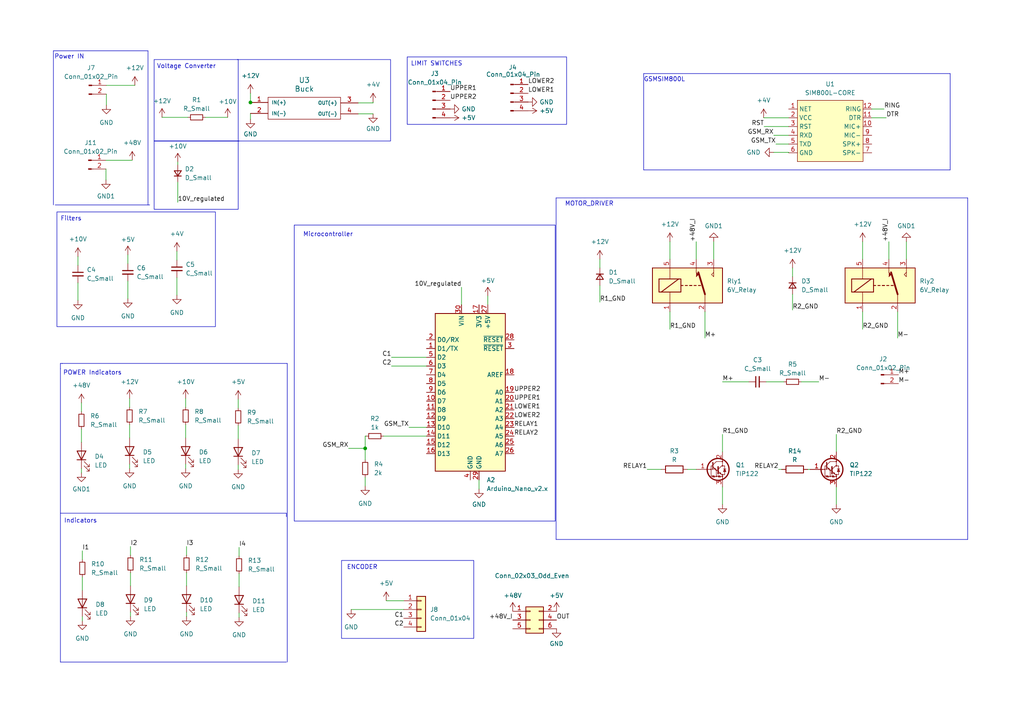
<source format=kicad_sch>
(kicad_sch (version 20230121) (generator eeschema)
  (paper "A4")
  (lib_symbols
    (symbol "Connector:Conn_01x02_Pin" (pin_names (offset 1.016) hide)
      (property "Reference" "J" (at 0 2.54 0))
      (property "Value" "Conn_01x02_Pin" (at 0 -5.08 0))
      (symbol "Conn_01x02_Pin_1_1"
        (polyline (pts (xy 1.27 -2.54) (xy 0.8636 -2.54)) (stroke (width 0.1524)))
        (polyline (pts (xy 1.27 0) (xy 0.8636 0)) (stroke (width 0.1524)))
        (rectangle (start 0.8636 -2.413) (end 0 -2.667) (stroke (width 0.1524)) (fill (type outline)))
        (rectangle (start 0.8636 0.127) (end 0 -0.127) (stroke (width 0.1524)) (fill (type outline)))
        (pin passive line (at 5.08 0 180) (length 3.81) (name "Pin_1") (number "1"))
        (pin passive line (at 5.08 -2.54 180) (length 3.81) (name "Pin_2") (number "2"))
      )
    )
    (symbol "Connector:Conn_01x04_Pin" (pin_names (offset 1.016) hide)
      (property "Reference" "J" (at 0 5.08 0))
      (property "Value" "Conn_01x04_Pin" (at 0 -7.62 0))
      (symbol "Conn_01x04_Pin_1_1"
        (polyline (pts (xy 1.27 -5.08) (xy 0.8636 -5.08)) (stroke (width 0.1524)))
        (polyline (pts (xy 1.27 -2.54) (xy 0.8636 -2.54)) (stroke (width 0.1524)))
        (polyline (pts (xy 1.27 0) (xy 0.8636 0)) (stroke (width 0.1524)))
        (polyline (pts (xy 1.27 2.54) (xy 0.8636 2.54)) (stroke (width 0.1524)))
        (rectangle (start 0.8636 -4.953) (end 0 -5.207) (stroke (width 0.1524)) (fill (type outline)))
        (rectangle (start 0.8636 -2.413) (end 0 -2.667) (stroke (width 0.1524)) (fill (type outline)))
        (rectangle (start 0.8636 0.127) (end 0 -0.127) (stroke (width 0.1524)) (fill (type outline)))
        (rectangle (start 0.8636 2.667) (end 0 2.413) (stroke (width 0.1524)) (fill (type outline)))
        (pin passive line (at 5.08 2.54 180) (length 3.81) (name "Pin_1") (number "1"))
        (pin passive line (at 5.08 0 180) (length 3.81) (name "Pin_2") (number "2"))
        (pin passive line (at 5.08 -2.54 180) (length 3.81) (name "Pin_3") (number "3"))
        (pin passive line (at 5.08 -5.08 180) (length 3.81) (name "Pin_4") (number "4"))
      )
    )
    (symbol "Connector_Generic:Conn_01x04" (pin_names (offset 1.016) hide)
      (property "Reference" "J" (at 0 5.08 0))
      (property "Value" "Conn_01x04" (at 0 -7.62 0))
      (symbol "Conn_01x04_1_1"
        (rectangle (start -1.27 -4.953) (end 0 -5.207) (stroke (width 0.1524)))
        (rectangle (start -1.27 -2.413) (end 0 -2.667) (stroke (width 0.1524)))
        (rectangle (start -1.27 0.127) (end 0 -0.127) (stroke (width 0.1524)))
        (rectangle (start -1.27 2.667) (end 0 2.413) (stroke (width 0.1524)))
        (rectangle (start -1.27 3.81) (end 1.27 -6.35) (stroke (width 0.254)) (fill (type background)))
        (pin passive line (at -5.08 2.54 0) (length 3.81) (name "Pin_1") (number "1"))
        (pin passive line (at -5.08 0 0) (length 3.81) (name "Pin_2") (number "2"))
        (pin passive line (at -5.08 -2.54 0) (length 3.81) (name "Pin_3") (number "3"))
        (pin passive line (at -5.08 -5.08 0) (length 3.81) (name "Pin_4") (number "4"))
      )
    )
    (symbol "Connector_Generic:Conn_02x03_Odd_Even" (pin_names (offset 1.016) hide)
      (property "Reference" "J" (at 1.27 5.08 0))
      (property "Value" "Conn_02x03_Odd_Even" (at 1.27 -5.08 0))
      (symbol "Conn_02x03_Odd_Even_1_1"
        (rectangle (start -1.27 -2.413) (end 0 -2.667) (stroke (width 0.1524)))
        (rectangle (start -1.27 0.127) (end 0 -0.127) (stroke (width 0.1524)))
        (rectangle (start -1.27 2.667) (end 0 2.413) (stroke (width 0.1524)))
        (rectangle (start -1.27 3.81) (end 3.81 -3.81) (stroke (width 0.254)) (fill (type background)))
        (rectangle (start 3.81 -2.413) (end 2.54 -2.667) (stroke (width 0.1524)))
        (rectangle (start 3.81 0.127) (end 2.54 -0.127) (stroke (width 0.1524)))
        (rectangle (start 3.81 2.667) (end 2.54 2.413) (stroke (width 0.1524)))
        (pin passive line (at -5.08 2.54 0) (length 3.81) (name "Pin_1") (number "1"))
        (pin passive line (at 7.62 2.54 180) (length 3.81) (name "Pin_2") (number "2"))
        (pin passive line (at -5.08 0 0) (length 3.81) (name "Pin_3") (number "3"))
        (pin passive line (at 7.62 0 180) (length 3.81) (name "Pin_4") (number "4"))
        (pin passive line (at -5.08 -2.54 0) (length 3.81) (name "Pin_5") (number "5"))
        (pin passive line (at 7.62 -2.54 180) (length 3.81) (name "Pin_6") (number "6"))
      )
    )
    (symbol "Device:C_Small" (pin_numbers hide) (pin_names (offset 0.254) hide)
      (property "Reference" "C" (at 0.254 1.778 0))
      (property "Value" "C_Small" (at 0.254 -2.032 0))
      (symbol "C_Small_0_1"
        (polyline (pts (xy -1.524 -0.508) (xy 1.524 -0.508)) (stroke (width 0.3302)))
        (polyline (pts (xy -1.524 0.508) (xy 1.524 0.508)) (stroke (width 0.3048)))
      )
      (symbol "C_Small_1_1"
        (pin passive line (at 0 2.54 270) (length 2.032) (name "~") (number "1"))
        (pin passive line (at 0 -2.54 90) (length 2.032) (name "~") (number "2"))
      )
    )
    (symbol "Device:D_Small" (pin_numbers hide) (pin_names (offset 0.254) hide)
      (property "Reference" "D" (at -1.27 2.032 0))
      (property "Value" "D_Small" (at -3.81 -2.032 0))
      (symbol "D_Small_0_1"
        (polyline (pts (xy -0.762 -1.016) (xy -0.762 1.016)) (stroke (width 0.254)))
        (polyline (pts (xy -0.762 0) (xy 0.762 0)))
        (polyline (pts (xy 0.762 -1.016) (xy -0.762 0) (xy 0.762 1.016) (xy 0.762 -1.016)) (stroke (width 0.254)))
      )
      (symbol "D_Small_1_1"
        (pin passive line (at -2.54 0 0) (length 1.778) (name "K") (number "1"))
        (pin passive line (at 2.54 0 180) (length 1.778) (name "A") (number "2"))
      )
    )
    (symbol "Device:LED" (pin_numbers hide) (pin_names (offset 1.016) hide)
      (property "Reference" "D" (at 0 2.54 0))
      (property "Value" "LED" (at 0 -2.54 0))
      (symbol "LED_0_1"
        (polyline (pts (xy -1.27 -1.27) (xy -1.27 1.27)) (stroke (width 0.254)))
        (polyline (pts (xy -1.27 0) (xy 1.27 0)))
        (polyline (pts (xy 1.27 -1.27) (xy 1.27 1.27) (xy -1.27 0) (xy 1.27 -1.27)) (stroke (width 0.254)))
        (polyline (pts (xy -3.048 -0.762) (xy -4.572 -2.286) (xy -3.81 -2.286) (xy -4.572 -2.286) (xy -4.572 -1.524)))
        (polyline (pts (xy -1.778 -0.762) (xy -3.302 -2.286) (xy -2.54 -2.286) (xy -3.302 -2.286) (xy -3.302 -1.524)))
      )
      (symbol "LED_1_1"
        (pin passive line (at -3.81 0 0) (length 2.54) (name "K") (number "1"))
        (pin passive line (at 3.81 0 180) (length 2.54) (name "A") (number "2"))
      )
    )
    (symbol "Device:R" (pin_numbers hide) (pin_names (offset 0))
      (property "Reference" "R" (at 2.032 0 90))
      (property "Value" "R" (at 0 0 90))
      (symbol "R_0_1"
        (rectangle (start -1.016 -2.54) (end 1.016 2.54) (stroke (width 0.254)))
      )
      (symbol "R_1_1"
        (pin passive line (at 0 3.81 270) (length 1.27) (name "~") (number "1"))
        (pin passive line (at 0 -3.81 90) (length 1.27) (name "~") (number "2"))
      )
    )
    (symbol "Device:R_Small" (pin_numbers hide) (pin_names (offset 0.254) hide)
      (property "Reference" "R" (at 0.762 0.508 0))
      (property "Value" "R_Small" (at 0.762 -1.016 0))
      (symbol "R_Small_0_1"
        (rectangle (start -0.762 1.778) (end 0.762 -1.778) (stroke (width 0.2032)))
      )
      (symbol "R_Small_1_1"
        (pin passive line (at 0 2.54 270) (length 0.762) (name "~") (number "1"))
        (pin passive line (at 0 -2.54 90) (length 0.762) (name "~") (number "2"))
      )
    )
    (symbol "MCU_Module:Arduino_Nano_v2.x"
      (property "Reference" "A" (at -10.16 23.495 0))
      (property "Value" "Arduino_Nano_v2.x" (at 5.08 -24.13 0))
      (symbol "Arduino_Nano_v2.x_0_1"
        (rectangle (start -10.16 22.86) (end 10.16 -22.86) (stroke (width 0.254)) (fill (type background)))
      )
      (symbol "Arduino_Nano_v2.x_1_1"
        (pin bidirectional line (at -12.7 12.7 0) (length 2.54) (name "D1/TX") (number "1"))
        (pin bidirectional line (at -12.7 -2.54 0) (length 2.54) (name "D7") (number "10"))
        (pin bidirectional line (at -12.7 -5.08 0) (length 2.54) (name "D8") (number "11"))
        (pin bidirectional line (at -12.7 -7.62 0) (length 2.54) (name "D9") (number "12"))
        (pin bidirectional line (at -12.7 -10.16 0) (length 2.54) (name "D10") (number "13"))
        (pin bidirectional line (at -12.7 -12.7 0) (length 2.54) (name "D11") (number "14"))
        (pin bidirectional line (at -12.7 -15.24 0) (length 2.54) (name "D12") (number "15"))
        (pin bidirectional line (at -12.7 -17.78 0) (length 2.54) (name "D13") (number "16"))
        (pin power_out line (at 2.54 25.4 270) (length 2.54) (name "3V3") (number "17"))
        (pin input line (at 12.7 5.08 180) (length 2.54) (name "AREF") (number "18"))
        (pin bidirectional line (at 12.7 0 180) (length 2.54) (name "A0") (number "19"))
        (pin bidirectional line (at -12.7 15.24 0) (length 2.54) (name "D0/RX") (number "2"))
        (pin bidirectional line (at 12.7 -2.54 180) (length 2.54) (name "A1") (number "20"))
        (pin bidirectional line (at 12.7 -5.08 180) (length 2.54) (name "A2") (number "21"))
        (pin bidirectional line (at 12.7 -7.62 180) (length 2.54) (name "A3") (number "22"))
        (pin bidirectional line (at 12.7 -10.16 180) (length 2.54) (name "A4") (number "23"))
        (pin bidirectional line (at 12.7 -12.7 180) (length 2.54) (name "A5") (number "24"))
        (pin bidirectional line (at 12.7 -15.24 180) (length 2.54) (name "A6") (number "25"))
        (pin bidirectional line (at 12.7 -17.78 180) (length 2.54) (name "A7") (number "26"))
        (pin power_out line (at 5.08 25.4 270) (length 2.54) (name "+5V") (number "27"))
        (pin input line (at 12.7 15.24 180) (length 2.54) (name "~{RESET}") (number "28"))
        (pin power_in line (at 2.54 -25.4 90) (length 2.54) (name "GND") (number "29"))
        (pin input line (at 12.7 12.7 180) (length 2.54) (name "~{RESET}") (number "3"))
        (pin power_in line (at -2.54 25.4 270) (length 2.54) (name "VIN") (number "30"))
        (pin power_in line (at 0 -25.4 90) (length 2.54) (name "GND") (number "4"))
        (pin bidirectional line (at -12.7 10.16 0) (length 2.54) (name "D2") (number "5"))
        (pin bidirectional line (at -12.7 7.62 0) (length 2.54) (name "D3") (number "6"))
        (pin bidirectional line (at -12.7 5.08 0) (length 2.54) (name "D4") (number "7"))
        (pin bidirectional line (at -12.7 2.54 0) (length 2.54) (name "D5") (number "8"))
        (pin bidirectional line (at -12.7 0 0) (length 2.54) (name "D6") (number "9"))
      )
    )
    (symbol "MYLIB:6V_Relay" (pin_names (offset 1.016))
      (property "Reference" "Rly" (at 16.51 8.89 0))
      (property "Value" "6V_Relay" (at 16.51 6.35 0))
      (symbol "6V_Relay_0_0"
        (polyline (pts (xy 7.62 8.89) (xy 7.62 10.16)))
        (polyline (pts (xy 12.7 8.89) (xy 12.7 10.16)))
        (polyline (pts (xy 12.7 8.89) (xy 12.7 7.62) (xy 12.065 8.255) (xy 12.7 8.89)))
      )
      (symbol "6V_Relay_0_1"
        (rectangle (start -5.08 10.16) (end 15.24 0) (stroke (width 0.254)) (fill (type background)))
        (rectangle (start -3.175 6.985) (end 3.175 3.175) (stroke (width 0.254)))
        (polyline (pts (xy -2.54 3.175) (xy 2.54 6.985)) (stroke (width 0.254)))
        (polyline (pts (xy 0 0) (xy 0 3.175)))
        (polyline (pts (xy 0 10.16) (xy 0 6.985)))
        (polyline (pts (xy 3.175 5.08) (xy 3.81 5.08)) (stroke (width 0.254)))
        (polyline (pts (xy 4.445 5.08) (xy 5.08 5.08)) (stroke (width 0.254)))
        (polyline (pts (xy 5.715 5.08) (xy 6.35 5.08)) (stroke (width 0.254)))
        (polyline (pts (xy 5.715 5.08) (xy 6.35 5.08)) (stroke (width 0.254)))
        (polyline (pts (xy 6.985 5.08) (xy 7.62 5.08)) (stroke (width 0.254)))
        (polyline (pts (xy 8.255 5.08) (xy 8.89 5.08)) (stroke (width 0.254)))
        (polyline (pts (xy 10.16 2.54) (xy 8.255 8.89)) (stroke (width 0.508)))
        (polyline (pts (xy 10.16 2.54) (xy 10.16 0)))
        (polyline (pts (xy 7.62 7.62) (xy 8.255 8.255) (xy 7.62 8.89)) (fill (type outline)))
      )
      (symbol "6V_Relay_1_1"
        (pin passive line (at 0 -2.54 90) (length 2.54) (name "~") (number "1"))
        (pin passive line (at 10.16 -2.54 90) (length 2.54) (name "~") (number "2"))
        (pin passive line (at 12.7 12.7 270) (length 2.54) (name "~") (number "3"))
        (pin passive line (at 7.62 12.7 270) (length 2.54) (name "~") (number "4"))
        (pin passive line (at 0 12.7 270) (length 2.54) (name "~") (number "5"))
      )
    )
    (symbol "MYLIB:Buck" (pin_names (offset 1.016))
      (property "Reference" "U" (at 8.2296 7.4676 0))
      (property "Value" "Buck" (at 3.1496 7.4676 0))
      (symbol "Buck_0_0"
        (rectangle (start 0.0254 6.4516) (end 21.0566 0.1016))
      )
      (symbol "Buck_1_1"
        (pin input line (at -5.08 4.953 0) (length 5.08) (name "IN(+)") (number "1"))
        (pin input line (at -5.08 1.778 0) (length 5.08) (name "IN(-)") (number "2"))
        (pin input line (at 26.162 4.826 180) (length 5.08) (name "OUT(+)") (number "3"))
        (pin input line (at 26.162 1.651 180) (length 5.08) (name "OUT(-)") (number "4"))
      )
    )
    (symbol "Transistor_BJT:TIP122" (pin_names (offset 0) hide)
      (property "Reference" "Q" (at 5.08 1.905 0))
      (property "Value" "TIP122" (at 5.08 0 0))
      (symbol "TIP122_0_1"
        (circle (center -0.762 0) (radius 0.127))
        (polyline (pts (xy -1.27 0) (xy -0.889 0)))
        (polyline (pts (xy 2.54 -2.032) (xy 2.54 -2.54)))
        (polyline (pts (xy 2.54 -1.524) (xy 3.175 -1.524)))
        (polyline (pts (xy 2.794 0.127) (xy 3.556 0.127)))
        (polyline (pts (xy 3.175 -0.635) (xy 3.175 -1.524)))
        (polyline (pts (xy 3.175 1.016) (xy 2.54 1.016)))
        (polyline (pts (xy 3.175 1.016) (xy 3.175 0.127)))
        (polyline (pts (xy -0.254 0.762) (xy 0.762 -0.254) (xy 1.27 -0.254)))
        (polyline (pts (xy -0.254 1.016) (xy -0.762 1.016) (xy -0.762 -2.032)))
        (polyline (pts (xy -0.254 1.27) (xy 0.762 2.286) (xy 2.54 2.286)))
        (polyline (pts (xy -0.254 2.032) (xy -0.254 0) (xy -0.254 0)) (stroke (width 0.3048)))
        (polyline (pts (xy 1.27 0.762) (xy 1.27 -1.27) (xy 1.27 -1.27)) (stroke (width 0.381)))
        (polyline (pts (xy 0.635 -0.127) (xy 0.381 0.381) (xy 0.127 0.127) (xy 0.635 -0.127)))
        (polyline (pts (xy 1.27 -0.508) (xy 2.286 -1.524) (xy 2.54 -1.524) (xy 2.54 -2.032)))
        (polyline (pts (xy 1.27 0) (xy 2.286 1.016) (xy 2.54 1.016) (xy 2.54 2.286)))
        (polyline (pts (xy 2.159 -1.397) (xy 1.905 -0.889) (xy 1.651 -1.143) (xy 2.159 -1.397)))
        (polyline (pts (xy 3.175 0.127) (xy 2.794 -0.635) (xy 3.556 -0.635) (xy 3.175 0.127)) (fill (type outline)))
        (polyline (pts (xy 0.762 -2.032) (xy 0.381 -2.032) (xy 0.254 -2.286) (xy 0.127 -1.778) (xy 0 -2.286) (xy -0.127 -1.778) (xy -0.254 -2.286) (xy -0.381 -1.778) (xy -0.508 -2.032) (xy -0.762 -2.032)))
        (polyline (pts (xy 0.762 -0.254) (xy 0.762 -2.032) (xy 1.143 -2.032) (xy 1.27 -1.778) (xy 1.397 -2.286) (xy 1.524 -1.778) (xy 1.651 -2.286) (xy 1.778 -1.778) (xy 1.905 -2.286) (xy 2.032 -2.032) (xy 2.54 -2.032)))
        (circle (center 0.762 -2.032) (radius 0.127))
        (circle (center 0.762 -0.254) (radius 0.127))
        (circle (center 1.27 0) (radius 3.175) (stroke (width 0.3556)))
        (circle (center 2.54 -2.032) (radius 0.127))
        (circle (center 2.54 -1.524) (radius 0.127))
        (circle (center 2.54 1.016) (radius 0.127))
        (circle (center 2.54 2.286) (radius 0.127))
      )
      (symbol "TIP122_1_1"
        (pin input line (at -5.08 0 0) (length 3.81) (name "B") (number "1"))
        (pin passive line (at 2.54 5.08 270) (length 2.667) (name "C") (number "2"))
        (pin passive line (at 2.54 -5.08 90) (length 2.54) (name "E") (number "3"))
      )
    )
    (symbol "power:+10V" (power) (pin_names (offset 0))
      (property "Value" "+10V" (at 0 3.556 0))
      (symbol "+10V_0_1"
        (polyline (pts (xy -0.762 1.27) (xy 0 2.54)))
        (polyline (pts (xy 0 0) (xy 0 2.54)))
        (polyline (pts (xy 0 2.54) (xy 0.762 1.27)))
      )
      (symbol "+10V_1_1"
        (pin power_in line (at 0 0 90) (length 0) hide (name "+10V") (number "1"))
      )
    )
    (symbol "power:+12V" (power) (pin_names (offset 0))
      (property "Value" "+12V" (at 0 3.556 0))
      (symbol "+12V_0_1"
        (polyline (pts (xy -0.762 1.27) (xy 0 2.54)))
        (polyline (pts (xy 0 0) (xy 0 2.54)))
        (polyline (pts (xy 0 2.54) (xy 0.762 1.27)))
      )
      (symbol "+12V_1_1"
        (pin power_in line (at 0 0 90) (length 0) hide (name "+12V") (number "1"))
      )
    )
    (symbol "power:+48V" (power) (pin_names (offset 0))
      (property "Value" "+48V" (at 0 3.556 0))
      (symbol "+48V_0_1"
        (polyline (pts (xy -0.762 1.27) (xy 0 2.54)))
        (polyline (pts (xy 0 0) (xy 0 2.54)))
        (polyline (pts (xy 0 2.54) (xy 0.762 1.27)))
      )
      (symbol "+48V_1_1"
        (pin power_in line (at 0 0 90) (length 0) hide (name "+48V") (number "1"))
      )
    )
    (symbol "power:+4V" (power) (pin_names (offset 0))
      (property "Value" "+4V" (at 0 3.556 0))
      (symbol "+4V_0_1"
        (polyline (pts (xy -0.762 1.27) (xy 0 2.54)))
        (polyline (pts (xy 0 0) (xy 0 2.54)))
        (polyline (pts (xy 0 2.54) (xy 0.762 1.27)))
      )
      (symbol "+4V_1_1"
        (pin power_in line (at 0 0 90) (length 0) hide (name "+4V") (number "1"))
      )
    )
    (symbol "power:+5V" (power) (pin_names (offset 0))
      (property "Value" "+5V" (at 0 3.556 0))
      (symbol "+5V_0_1"
        (polyline (pts (xy -0.762 1.27) (xy 0 2.54)))
        (polyline (pts (xy 0 0) (xy 0 2.54)))
        (polyline (pts (xy 0 2.54) (xy 0.762 1.27)))
      )
      (symbol "+5V_1_1"
        (pin power_in line (at 0 0 90) (length 0) hide (name "+5V") (number "1"))
      )
    )
    (symbol "power:GND" (power) (pin_names (offset 0))
      (property "Value" "GND" (at 0 -3.81 0))
      (symbol "GND_0_1"
        (polyline (pts (xy 0 0) (xy 0 -1.27) (xy 1.27 -1.27) (xy 0 -2.54) (xy -1.27 -1.27) (xy 0 -1.27)))
      )
      (symbol "GND_1_1"
        (pin power_in line (at 0 0 270) (length 0) hide (name "GND") (number "1"))
      )
    )
    (symbol "power:GND1" (power) (pin_names (offset 0))
      (property "Value" "GND1" (at 0 -3.81 0))
      (symbol "GND1_0_1"
        (polyline (pts (xy 0 0) (xy 0 -1.27) (xy 1.27 -1.27) (xy 0 -2.54) (xy -1.27 -1.27) (xy 0 -1.27)))
      )
      (symbol "GND1_1_1"
        (pin power_in line (at 0 0 270) (length 0) hide (name "GND1") (number "1"))
      )
    )
    (symbol "sim800l-core:SIM800L-CORE"
      (property "Reference" "U" (at -7.62 8.89 0))
      (property "Value" "SIM800L-CORE" (at 0 -12.7 0))
      (symbol "SIM800L-CORE_0_1"
        (rectangle (start -8.89 7.62) (end 10.16 -10.16) (stroke (width 0.1524)) (fill (type background)))
      )
      (symbol "SIM800L-CORE_1_1"
        (pin bidirectional line (at -11.43 5.08 0) (length 2.54) (name "NET") (number "1"))
        (pin output line (at 12.7 0 180) (length 2.54) (name "MIC+") (number "10"))
        (pin passive line (at 12.7 2.54 180) (length 2.54) (name "DTR") (number "11"))
        (pin output line (at 12.7 5.08 180) (length 2.54) (name "RING") (number "12"))
        (pin power_in line (at -11.43 2.54 0) (length 2.54) (name "VCC") (number "2"))
        (pin input line (at -11.43 0 0) (length 2.54) (name "RST") (number "3"))
        (pin input line (at -11.43 -2.54 0) (length 2.54) (name "RXD") (number "4"))
        (pin output line (at -11.43 -5.08 0) (length 2.54) (name "TXD") (number "5"))
        (pin power_in line (at -11.43 -7.62 0) (length 2.54) (name "GND") (number "6"))
        (pin output line (at 12.7 -7.62 180) (length 2.54) (name "SPK-") (number "7"))
        (pin output line (at 12.7 -5.08 180) (length 2.54) (name "SPK+") (number "8"))
        (pin output line (at 12.7 -2.54 180) (length 2.54) (name "MIC-") (number "9"))
      )
    )
  )
  (junction (at 72.644 29.718))
  (junction (at 105.918 130.048))
  (polyline (pts (xy 280.67 156.464) (xy 280.67 57.404)))
  (wire (pts (xy 242.57 141.224) (xy 242.57 146.304)))
  (wire (pts (xy 54.102 158.496) (xy 54.102 161.036)))
  (wire (pts (xy 256.413 31.623) (xy 252.857 31.623)))
  (wire (pts (xy 250.19 70.104) (xy 250.19 75.184)))
  (polyline (pts (xy 69.088 17.272) (xy 69.088 40.894)))
  (wire (pts (xy 250.19 95.504) (xy 250.19 90.424)))
  (wire (pts (xy 113.538 103.632) (xy 123.698 103.632)))
  (wire (pts (xy 23.622 116.84) (xy 23.622 119.38)))
  (wire (pts (xy 221.615 36.703) (xy 228.727 36.703)))
  (wire (pts (xy 260.35 90.424) (xy 260.35 98.044)))
  (wire (pts (xy 59.563 34.036) (xy 66.04 34.036)))
  (wire (pts (xy 23.876 159.766) (xy 23.876 162.306)))
  (wire (pts (xy 112.014 174.244) (xy 117.094 174.244)))
  (wire (pts (xy 232.41 110.744) (xy 237.49 110.744)))
  (wire (pts (xy 228.727 44.196) (xy 228.727 44.323)))
  (polyline (pts (xy 17.526 148.844) (xy 83.058 148.844)))
  (wire (pts (xy 37.592 134.62) (xy 37.592 135.89)))
  (wire (pts (xy 69.342 177.8) (xy 69.342 179.07)))
  (wire (pts (xy 54.102 166.116) (xy 54.102 169.926)))
  (polyline (pts (xy 17.526 192.024) (xy 17.526 106.934)))
  (wire (pts (xy 225.806 136.144) (xy 226.695 136.144)))
  (wire (pts (xy 103.886 29.845) (xy 108.204 29.845)))
  (wire (pts (xy 105.918 126.492) (xy 106.172 126.492)))
  (wire (pts (xy 105.918 130.048) (xy 105.918 133.35)))
  (wire (pts (xy 37.084 73.914) (xy 37.084 76.454)))
  (polyline (pts (xy 161.29 156.464) (xy 280.67 156.464)))
  (wire (pts (xy 72.644 32.893) (xy 72.644 34.5948)))
  (wire (pts (xy 225.044 41.783) (xy 228.727 41.783)))
  (wire (pts (xy 30.734 46.482) (xy 38.354 46.482)))
  (wire (pts (xy 229.87 85.344) (xy 229.87 89.916)))
  (wire (pts (xy 103.886 33.02) (xy 108.204 33.02)))
  (wire (pts (xy 262.89 70.104) (xy 262.89 75.184)))
  (wire (pts (xy 37.592 115.57) (xy 37.592 118.11)))
  (wire (pts (xy 209.55 110.744) (xy 217.17 110.744)))
  (wire (pts (xy 23.876 178.816) (xy 23.876 180.086)))
  (wire (pts (xy 72.644 29.718) (xy 72.644 29.7434)))
  (wire (pts (xy 173.99 82.804) (xy 173.99 87.63)))
  (wire (pts (xy 173.99 77.724) (xy 173.99 75.184)))
  (wire (pts (xy 69.088 123.444) (xy 69.088 127.254)))
  (wire (pts (xy 222.25 110.744) (xy 227.33 110.744)))
  (wire (pts (xy 108.204 29.845) (xy 108.204 29.591)))
  (wire (pts (xy 51.562 47.752) (xy 51.562 46.99)))
  (polyline (pts (xy 17.526 106.934) (xy 17.526 105.41)))
  (polyline (pts (xy 16.002 59.436) (xy 43.434 59.436)))
  (wire (pts (xy 23.622 124.46) (xy 23.622 128.27)))
  (wire (pts (xy 46.99 34.036) (xy 54.483 34.036)))
  (wire (pts (xy 194.31 70.104) (xy 194.31 75.184)))
  (polyline (pts (xy 15.494 14.732) (xy 42.926 14.732)))
  (wire (pts (xy 242.57 125.984) (xy 242.57 131.064)))
  (wire (pts (xy 69.342 166.37) (xy 69.342 170.18)))
  (wire (pts (xy 224.409 44.196) (xy 228.727 44.196)))
  (polyline (pts (xy 18.034 105.41) (xy 83.312 105.41)))
  (polyline (pts (xy 15.494 14.732) (xy 15.494 59.436)))
  (wire (pts (xy 138.938 139.192) (xy 138.938 141.859)))
  (polyline (pts (xy 186.69 49.276) (xy 275.59 49.276)))
  (wire (pts (xy 105.918 130.048) (xy 105.918 126.492)))
  (polyline (pts (xy 18.034 105.41) (xy 17.526 105.41)))
  (wire (pts (xy 54.102 177.546) (xy 54.102 178.816)))
  (wire (pts (xy 22.606 74.422) (xy 22.606 76.962)))
  (wire (pts (xy 30.861 30.48) (xy 30.861 27.305)))
  (polyline (pts (xy 161.29 57.404) (xy 161.29 156.464)))
  (wire (pts (xy 51.562 52.832) (xy 51.562 58.674)))
  (wire (pts (xy 72.644 27.051) (xy 72.644 29.718)))
  (polyline (pts (xy 161.29 57.404) (xy 280.67 57.404)))
  (wire (pts (xy 194.31 95.504) (xy 194.31 90.424)))
  (wire (pts (xy 133.858 83.312) (xy 133.858 88.392)))
  (wire (pts (xy 187.706 136.144) (xy 191.77 136.144)))
  (wire (pts (xy 101.854 176.784) (xy 117.094 176.784)))
  (polyline (pts (xy 83.058 148.844) (xy 83.058 149.86)))
  (wire (pts (xy 23.876 167.386) (xy 23.876 171.196)))
  (wire (pts (xy 39.116 24.765) (xy 30.861 24.765)))
  (wire (pts (xy 22.606 82.042) (xy 22.606 87.122)))
  (polyline (pts (xy 275.59 49.276) (xy 275.59 21.336)))
  (wire (pts (xy 111.252 126.492) (xy 123.698 126.492)))
  (wire (pts (xy 221.488 34.163) (xy 228.727 34.163)))
  (polyline (pts (xy 18.034 105.41) (xy 18.034 105.41)))
  (wire (pts (xy 51.308 72.898) (xy 51.308 75.438)))
  (polyline (pts (xy 69.088 40.894) (xy 69.342 40.894)))
  (wire (pts (xy 37.846 177.546) (xy 37.846 178.816)))
  (wire (pts (xy 30.734 52.197) (xy 30.734 49.022)))
  (wire (pts (xy 37.846 158.496) (xy 37.846 161.036)))
  (wire (pts (xy 257.048 34.163) (xy 252.857 34.163)))
  (wire (pts (xy 51.308 80.518) (xy 51.308 85.598)))
  (wire (pts (xy 69.088 134.874) (xy 69.088 136.144)))
  (wire (pts (xy 199.39 136.144) (xy 201.93 136.144)))
  (wire (pts (xy 53.848 123.19) (xy 53.848 127)))
  (wire (pts (xy 23.622 135.89) (xy 23.622 137.16)))
  (polyline (pts (xy 186.69 21.336) (xy 275.59 21.336)))
  (wire (pts (xy 37.846 166.116) (xy 37.846 169.926)))
  (polyline (pts (xy 42.926 59.436) (xy 42.926 14.732)))
  (wire (pts (xy 201.93 70.104) (xy 201.93 75.184)))
  (wire (pts (xy 69.088 115.824) (xy 69.088 118.364)))
  (wire (pts (xy 53.848 134.62) (xy 53.848 135.89)))
  (polyline (pts (xy 68.834 17.272) (xy 69.088 17.272)))
  (wire (pts (xy 224.409 39.243) (xy 228.727 39.243)))
  (wire (pts (xy 37.592 123.19) (xy 37.592 127)))
  (wire (pts (xy 209.55 125.984) (xy 209.55 131.064)))
  (wire (pts (xy 101.092 130.048) (xy 105.918 130.048)))
  (wire (pts (xy 118.618 123.952) (xy 123.698 123.952)))
  (wire (pts (xy 207.01 70.104) (xy 207.01 75.184)))
  (wire (pts (xy 53.848 115.57) (xy 53.848 118.11)))
  (wire (pts (xy 113.538 106.172) (xy 123.698 106.172)))
  (wire (pts (xy 234.315 136.144) (xy 234.95 136.144)))
  (polyline (pts (xy 83.058 192.024) (xy 17.526 192.024)))
  (wire (pts (xy 37.084 81.534) (xy 37.084 86.614)))
  (wire (pts (xy 209.55 141.224) (xy 209.55 146.304)))
  (polyline (pts (xy 83.312 105.41) (xy 83.312 192.024)))
  (wire (pts (xy 105.918 138.43) (xy 105.918 140.97)))
  (wire (pts (xy 69.342 158.75) (xy 69.342 161.29)))
  (wire (pts (xy 229.87 80.264) (xy 229.87 77.724)))
  (polyline (pts (xy 186.69 21.336) (xy 186.69 49.276)))
  (wire (pts (xy 257.81 70.104) (xy 257.81 75.184)))
  (wire (pts (xy 204.47 90.424) (xy 204.47 98.044)))
  (wire (pts (xy 141.478 85.852) (xy 141.478 88.392)))
  (rectangle (start 99.06 162.56) (end 137.414 185.166))
  (rectangle (start 44.704 40.894) (end 69.088 60.706))
  (rectangle (start 44.704 17.272) (end 113.284 40.894))
  (rectangle (start 118.11 16.51) (end 164.338 36.068))
  (rectangle (start 85.344 65.278) (end 161.036 151.13))
  (rectangle (start 16.51 61.468) (end 62.484 94.742))
  (text "Filters\n" (at 17.526 64.262 0) (effects (font (size 1.27 1.27)) (justify left bottom)))
  (text "LIMIT SWITCHES" (at 119.126 19.304 0) (effects (font (size 1.27 1.27)) (justify left bottom)))
  (text "MOTOR_DRIVER" (at 163.83 59.944 0) (effects (font (size 1.27 1.27)) (justify left bottom)))
  (text "Voltage Converter" (at 45.466 20.066 0) (effects (font (size 1.27 1.27)) (justify left bottom)))
  (text "Indicators\n" (at 18.542 151.892 0) (effects (font (size 1.27 1.27)) (justify left bottom)))
  (text "Power IN\n" (at 15.748 17.272 0) (effects (font (size 1.27 1.27)) (justify left bottom)))
  (text "GSMSIM800L" (at 186.69 23.876 0) (effects (font (size 1.27 1.27)) (justify left bottom)))
  (text "POWER Indicators\n" (at 18.288 108.966 0) (effects (font (size 1.27 1.27)) (justify left bottom)))
  (text "Microcontroller\n" (at 87.884 68.834 0) (effects (font (size 1.27 1.27)) (justify left bottom)))
  (text "ENCODER\n" (at 100.584 165.354 0) (effects (font (size 1.27 1.27)) (justify left bottom)))
  (label "LOWER2" (at 149.098 121.412 0))
  (label "UPPER1" (at 130.556 26.543 0))
  (label "+48V_I" (at 201.93 70.104 90))
  (label "C1" (at 117.094 179.324 180))
  (label "LOWER2" (at 153.162 24.511 0))
  (label "UPPER2" (at 149.098 113.792 0))
  (label "M+" (at 209.55 110.744 0))
  (label "GSM_TX" (at 118.618 123.952 180))
  (label "R2_GND" (at 229.87 89.916 0))
  (label "RING" (at 256.413 31.623 0))
  (label "10V_regulated" (at 133.858 83.312 180))
  (label "C2" (at 113.538 106.172 180))
  (label "RELAY1" (at 187.706 136.144 180))
  (label "LOWER1" (at 149.098 118.872 0))
  (label "M+" (at 204.47 98.044 0))
  (label "I1" (at 23.876 159.766 0))
  (label "+48V_I" (at 257.81 70.104 90))
  (label "R2_GND" (at 242.57 125.984 0))
  (label "GSM_TX" (at 225.044 41.783 180))
  (label "DTR" (at 257.048 34.163 0))
  (label "R1_GND" (at 194.31 95.504 0))
  (label "UPPER2" (at 130.556 29.083 0))
  (label "R1_GND" (at 209.55 125.984 0))
  (label "M-" (at 260.35 98.044 0))
  (label "RST" (at 221.615 36.703 180))
  (label "RELAY2" (at 149.098 126.492 0))
  (label "RELAY2" (at 225.806 136.144 180))
  (label "M-" (at 260.604 111.252 0))
  (label "OUT" (at 161.417 179.832 0))
  (label "GSM_RX" (at 101.092 130.048 180))
  (label "I2" (at 37.846 158.496 0))
  (label "RELAY1" (at 149.098 123.952 0))
  (label "LOWER1" (at 153.162 27.051 0))
  (label "R1_GND" (at 173.99 87.63 0))
  (label "+48V_I" (at 148.717 179.832 180))
  (label "I3" (at 54.102 158.496 0))
  (label "M-" (at 237.49 110.744 0))
  (label "R2_GND" (at 250.19 95.504 0))
  (label "GSM_RX" (at 224.409 39.243 180))
  (label "C1" (at 113.538 103.632 180))
  (label "10V_regulated" (at 51.562 58.674 0))
  (label "C2" (at 117.094 181.864 180))
  (label "I4" (at 69.342 158.75 0))
  (label "UPPER1" (at 149.098 116.332 0))
  (label "M+" (at 260.604 108.712 0))
  (symbol (lib_id "power:+5V") (at 141.478 85.852 0) (unit 1)
    (property "Reference" "#PWR024" (effects hide))
    (property "Value" "+5V" (at 141.478 81.407 0))
  )
  (symbol (lib_id "power:GND") (at 37.084 86.614 0) (unit 1)
    (property "Reference" "#PWR047" (effects hide))
    (property "Value" "GND" (at 37.084 91.694 0))
  )
  (symbol (lib_id "power:+12V") (at 37.592 115.57 0) (unit 1)
    (property "Reference" "#PWR050" (effects hide))
    (property "Value" "+12V" (at 37.592 110.744 0))
  )
  (symbol (lib_id "Device:R_Small") (at 69.342 163.83 0) (unit 1)
    (property "Reference" "R13" (at 71.882 162.56 0) (effects (justify left)))
    (property "Value" "R_Small" (at 71.882 165.1 0) (effects (justify left)))
    (property "Footprint" "modFiles:Resistor_small" (effects hide))
  )
  (symbol (lib_id "power:GND") (at 69.342 179.07 0) (unit 1)
    (property "Reference" "#PWR063" (effects hide))
    (property "Value" "GND" (at 69.342 184.15 0))
  )
  (symbol (lib_id "power:+10V") (at 53.848 115.57 0) (unit 1)
    (property "Reference" "#PWR052" (effects hide))
    (property "Value" "+10V" (at 53.848 110.744 0))
  )
  (symbol (lib_id "Device:C_Small") (at 22.606 79.502 0) (unit 1)
    (property "Reference" "C4" (at 25.146 78.2383 0) (effects (justify left)))
    (property "Value" "C_Small" (at 25.146 80.7783 0) (effects (justify left)))
    (property "Footprint" "modFiles:Capacitor_Disc_Small" (effects hide))
  )
  (symbol (lib_id "Device:C_Small") (at 219.71 110.744 90) (unit 1)
    (property "Reference" "C3" (at 219.7163 104.394 90))
    (property "Value" "C_Small" (at 219.7163 106.934 90))
    (property "Footprint" "modFiles:Capacitor_Disc_Small" (effects hide))
  )
  (symbol (lib_id "power:+5V") (at 69.088 115.824 0) (unit 1)
    (property "Reference" "#PWR054" (effects hide))
    (property "Value" "+5V" (at 69.088 110.744 0))
  )
  (symbol (lib_id "MYLIB:6V_Relay") (at 250.19 87.884 0) (unit 1)
    (property "Reference" "Rly2" (at 266.7 81.534 0) (effects (justify left)))
    (property "Value" "6V_Relay" (at 266.7 84.074 0) (effects (justify left)))
    (property "Footprint" "modFiles:Relay_HLS_MEDIUM" (effects hide))
  )
  (symbol (lib_id "power:GND") (at 153.162 29.591 90) (unit 1)
    (property "Reference" "#PWR029" (effects hide))
    (property "Value" "GND" (at 156.464 29.591 90) (effects (justify right)))
  )
  (symbol (lib_id "Device:R_Small") (at 69.088 120.904 0) (unit 1)
    (property "Reference" "R9" (at 71.628 119.634 0) (effects (justify left)))
    (property "Value" "R_Small" (at 71.628 122.174 0) (effects (justify left)))
    (property "Footprint" "modFiles:Resistor_small" (effects hide))
  )
  (symbol (lib_id "power:+12V") (at 46.99 34.036 0) (unit 1)
    (property "Reference" "#PWR016" (effects hide))
    (property "Value" "+12V" (at 46.99 29.2735 0))
  )
  (symbol (lib_id "power:GND") (at 108.204 33.02 0) (unit 1)
    (property "Reference" "#PWR027" (effects hide))
    (property "Value" "GND" (at 108.204 37.338 0))
  )
  (symbol (lib_id "Device:R_Small") (at 37.846 163.576 0) (unit 1)
    (property "Reference" "R11" (at 40.386 162.306 0) (effects (justify left)))
    (property "Value" "R_Small" (at 40.386 164.846 0) (effects (justify left)))
    (property "Footprint" "modFiles:Resistor_small" (effects hide))
  )
  (symbol (lib_id "Device:C_Small") (at 37.084 78.994 0) (unit 1)
    (property "Reference" "C6" (at 39.624 77.7303 0) (effects (justify left)))
    (property "Value" "C_Small" (at 39.624 80.2703 0) (effects (justify left)))
    (property "Footprint" "modFiles:Capacitor_Disc_Small" (effects hide))
  )
  (symbol (lib_id "power:GND") (at 53.848 135.89 0) (unit 1)
    (property "Reference" "#PWR053" (effects hide))
    (property "Value" "GND" (at 53.848 140.97 0))
  )
  (symbol (lib_id "power:+10V") (at 22.606 74.422 0) (unit 1)
    (property "Reference" "#PWR040" (effects hide))
    (property "Value" "+10V" (at 22.606 69.342 0))
  )
  (symbol (lib_id "power:GND") (at 72.644 34.5948 0) (unit 1)
    (property "Reference" "#PWR018" (effects hide))
    (property "Value" "GND" (at 72.644 38.8874 0))
  )
  (symbol (lib_id "power:GND1") (at 30.734 52.197 0) (unit 1)
    (property "Reference" "#PWR07" (effects hide))
    (property "Value" "GND1" (at 30.734 56.896 0))
  )
  (symbol (lib_id "Device:R_Small") (at 23.876 164.846 0) (unit 1)
    (property "Reference" "R10" (at 26.416 163.576 0) (effects (justify left)))
    (property "Value" "R_Small" (at 26.416 166.116 0) (effects (justify left)))
    (property "Footprint" "modFiles:Resistor_small" (effects hide))
  )
  (symbol (lib_id "MYLIB:Buck") (at 77.724 34.671 0) (unit 1)
    (property "Reference" "U3" (at 88.265 23.241 0) (effects (font (size 1.524 1.524))))
    (property "Value" "Buck" (at 88.265 25.781 0) (effects (font (size 1.524 1.524))))
    (property "Footprint" "modFiles:Buck_Regulator" (effects hide))
  )
  (symbol (lib_id "power:+5V") (at 130.556 34.163 270) (unit 1)
    (property "Reference" "#PWR028" (effects hide))
    (property "Value" "+5V" (at 133.858 34.163 90) (effects (justify left)))
  )
  (symbol (lib_id "Transistor_BJT:TIP122") (at 207.01 136.144 0) (unit 1)
    (property "Reference" "Q1" (at 213.36 134.874 0) (effects (justify left)))
    (property "Value" "TIP122" (at 213.36 137.414 0) (effects (justify left)))
    (property "Footprint" "modFiles:Voltage_Regulators" (effects hide))
    (property "Datasheet" "https://www.onsemi.com/pub/Collateral/TIP120-D.PDF" (effects hide))
  )
  (symbol (lib_id "Device:R_Small") (at 57.023 34.036 270) (unit 1)
    (property "Reference" "R1" (at 57.023 28.956 90))
    (property "Value" "R_Small" (at 57.023 31.496 90))
    (property "Footprint" "modFiles:Resistor_small" (effects hide))
  )
  (symbol (lib_id "power:+12V") (at 250.19 70.104 0) (unit 1)
    (property "Reference" "#PWR036" (effects hide))
    (property "Value" "+12V" (at 250.19 65.024 0))
  )
  (symbol (lib_id "Device:R_Small") (at 53.848 120.65 0) (unit 1)
    (property "Reference" "R8" (at 56.388 119.38 0) (effects (justify left)))
    (property "Value" "R_Small" (at 56.388 121.92 0) (effects (justify left)))
    (property "Footprint" "modFiles:Resistor_small" (effects hide))
  )
  (symbol (lib_id "Device:LED") (at 37.592 130.81 90) (unit 1)
    (property "Reference" "D5" (at 41.402 131.1275 90) (effects (justify right)))
    (property "Value" "LED" (at 41.402 133.6675 90) (effects (justify right)))
    (property "Footprint" "modFiles:LED_D3.0mm" (effects hide))
  )
  (symbol (lib_id "power:GND1") (at 207.01 70.104 180) (unit 1)
    (property "Reference" "#PWR05" (effects hide))
    (property "Value" "GND1" (at 207.01 65.532 0))
  )
  (symbol (lib_id "power:GND") (at 54.102 178.816 0) (unit 1)
    (property "Reference" "#PWR061" (effects hide))
    (property "Value" "GND" (at 54.102 183.896 0))
  )
  (symbol (lib_id "Device:R_Small") (at 229.87 110.744 90) (unit 1)
    (property "Reference" "R5" (at 229.87 105.664 90))
    (property "Value" "R_Small" (at 229.87 108.204 90))
    (property "Footprint" "modFiles:Resistor_small" (effects hide))
  )
  (symbol (lib_id "power:+5V") (at 161.417 177.292 0) (unit 1)
    (property "Reference" "#PWR012" (effects hide))
    (property "Value" "+5V" (at 161.417 172.72 0))
  )
  (symbol (lib_id "Device:R_Small") (at 105.918 135.89 0) (unit 1)
    (property "Reference" "R4" (at 108.458 134.62 0) (effects (justify left)))
    (property "Value" "2k" (at 108.458 137.16 0) (effects (justify left)))
    (property "Footprint" "modFiles:Resistor_small" (effects hide))
  )
  (symbol (lib_id "Device:C_Small") (at 51.308 77.978 0) (unit 1)
    (property "Reference" "C5" (at 53.848 76.7143 0) (effects (justify left)))
    (property "Value" "C_Small" (at 53.848 79.2543 0) (effects (justify left)))
    (property "Footprint" "modFiles:Capacitor_Disc_Small" (effects hide))
  )
  (symbol (lib_id "power:GND1") (at 262.89 70.104 180) (unit 1)
    (property "Reference" "#PWR06" (effects hide))
    (property "Value" "GND1" (at 262.89 65.532 0))
  )
  (symbol (lib_id "Connector:Conn_01x02_Pin") (at 255.524 108.712 0) (unit 1)
    (property "Reference" "J2" (at 256.159 104.14 0))
    (property "Value" "Conn_01x02_Pin" (at 256.159 106.68 0))
    (property "Footprint" "modFiles:Solar_Connector" (effects hide))
  )
  (symbol (lib_id "Device:LED") (at 69.088 131.064 90) (unit 1)
    (property "Reference" "D7" (at 72.898 131.3815 90) (effects (justify right)))
    (property "Value" "LED" (at 72.898 133.9215 90) (effects (justify right)))
    (property "Footprint" "modFiles:LED_D3.0mm" (effects hide))
  )
  (symbol (lib_id "sim800l-core:SIM800L-CORE") (at 240.157 36.703 0) (unit 1)
    (property "Reference" "U1" (at 240.792 24.384 0))
    (property "Value" "SIM800L-CORE" (at 240.792 26.924 0))
    (property "Footprint" "sim800l:SIM800L-CORE" (effects hide))
  )
  (symbol (lib_id "power:GND") (at 23.876 180.086 0) (unit 1)
    (property "Reference" "#PWR057" (effects hide))
    (property "Value" "GND" (at 23.876 185.166 0))
  )
  (symbol (lib_id "Device:LED") (at 23.876 175.006 90) (unit 1)
    (property "Reference" "D8" (at 27.686 175.3235 90) (effects (justify right)))
    (property "Value" "LED" (at 27.686 177.8635 90) (effects (justify right)))
    (property "Footprint" "modFiles:LED_D3.0mm" (effects hide))
  )
  (symbol (lib_id "power:GND") (at 101.854 176.784 0) (unit 1)
    (property "Reference" "#PWR020" (effects hide))
    (property "Value" "GND" (at 101.854 181.864 0))
  )
  (symbol (lib_id "Device:R_Small") (at 23.622 121.92 0) (unit 1)
    (property "Reference" "R6" (at 26.162 120.65 0) (effects (justify left)))
    (property "Value" "R_Small" (at 26.162 123.19 0) (effects (justify left)))
    (property "Footprint" "modFiles:Resistor_small" (effects hide))
  )
  (symbol (lib_id "power:+48V") (at 23.622 116.84 0) (unit 1)
    (property "Reference" "#PWR048" (effects hide))
    (property "Value" "+48V" (at 23.622 111.76 0))
  )
  (symbol (lib_id "power:GND1") (at 23.622 137.16 0) (unit 1)
    (property "Reference" "#PWR04" (effects hide))
    (property "Value" "GND1" (at 23.622 141.859 0))
  )
  (symbol (lib_id "Connector:Conn_01x02_Pin") (at 25.781 24.765 0) (unit 1)
    (property "Reference" "J7" (at 26.416 19.685 0))
    (property "Value" "Conn_01x02_Pin" (at 26.416 22.225 0))
    (property "Footprint" "modFiles:Solar_Connector" (effects hide))
  )
  (symbol (lib_id "power:GND") (at 30.861 30.48 0) (unit 1)
    (property "Reference" "#PWR010" (effects hide))
    (property "Value" "GND" (at 30.861 35.56 0))
  )
  (symbol (lib_id "power:GND") (at 37.846 178.816 0) (unit 1)
    (property "Reference" "#PWR059" (effects hide))
    (property "Value" "GND" (at 37.846 183.896 0))
  )
  (symbol (lib_id "power:GND") (at 161.417 182.372 0) (unit 1)
    (property "Reference" "#PWR017" (effects hide))
    (property "Value" "GND" (at 161.417 186.69 0))
  )
  (symbol (lib_id "Device:R") (at 195.58 136.144 90) (unit 1)
    (property "Reference" "R3" (at 195.58 130.81 90))
    (property "Value" "R" (at 195.58 133.35 90))
    (property "Footprint" "modFiles:Resistor_small" (effects hide))
  )
  (symbol (lib_id "power:GND") (at 138.938 141.859 0) (unit 1)
    (property "Reference" "#PWR025" (effects hide))
    (property "Value" "GND" (at 138.938 146.304 0))
  )
  (symbol (lib_id "power:+10V") (at 66.04 34.036 0) (unit 1)
    (property "Reference" "#PWR03" (effects hide))
    (property "Value" "+10V" (at 66.04 29.464 0))
  )
  (symbol (lib_id "MCU_Module:Arduino_Nano_v2.x") (at 136.398 113.792 0) (unit 1)
    (property "Reference" "A2" (at 141.1321 139.192 0) (effects (justify left)))
    (property "Value" "Arduino_Nano_v2.x" (at 141.1321 141.732 0) (effects (justify left)))
    (property "Footprint" "Module:Arduino_Nano" (effects hide))
    (property "Datasheet" "https://www.arduino.cc/en/uploads/Main/ArduinoNanoManual23.pdf" (effects hide))
  )
  (symbol (lib_id "power:+12V") (at 39.116 24.765 0) (unit 1)
    (property "Reference" "#PWR09" (effects hide))
    (property "Value" "+12V" (at 39.116 19.685 0))
  )
  (symbol (lib_id "power:+48V") (at 148.717 177.292 0) (unit 1)
    (property "Reference" "#PWR013" (effects hide))
    (property "Value" "+48V" (at 148.717 172.72 0))
  )
  (symbol (lib_id "power:+12V") (at 72.644 27.051 0) (unit 1)
    (property "Reference" "#PWR015" (effects hide))
    (property "Value" "+12V" (at 72.644 21.971 0))
  )
  (symbol (lib_id "power:GND") (at 130.556 31.623 90) (unit 1)
    (property "Reference" "#PWR023" (effects hide))
    (property "Value" "GND" (at 133.858 31.623 90) (effects (justify right)))
  )
  (symbol (lib_id "power:GND") (at 22.606 87.122 0) (unit 1)
    (property "Reference" "#PWR041" (effects hide))
    (property "Value" "GND" (at 22.606 92.202 0))
  )
  (symbol (lib_id "power:GND") (at 37.592 135.89 0) (unit 1)
    (property "Reference" "#PWR051" (effects hide))
    (property "Value" "GND" (at 37.592 140.97 0))
  )
  (symbol (lib_id "power:+48V") (at 38.354 46.482 0) (unit 1)
    (property "Reference" "#PWR043" (effects hide))
    (property "Value" "+48V" (at 38.354 41.402 0))
  )
  (symbol (lib_id "power:GND") (at 69.088 136.144 0) (unit 1)
    (property "Reference" "#PWR055" (effects hide))
    (property "Value" "GND" (at 69.088 141.224 0))
  )
  (symbol (lib_id "Device:D_Small") (at 173.99 80.264 270) (unit 1)
    (property "Reference" "D1" (at 176.53 78.994 90) (effects (justify left)))
    (property "Value" "D_Small" (at 176.53 81.534 90) (effects (justify left)))
    (property "Footprint" "modFiles:Diode_Medium" (effects hide))
    (property "Sim.Device" "D" (effects hide))
    (property "Sim.Pins" "1=K 2=A" (effects hide))
  )
  (symbol (lib_id "power:+12V") (at 229.87 77.724 0) (unit 1)
    (property "Reference" "#PWR032" (effects hide))
    (property "Value" "+12V" (at 229.87 72.644 0))
  )
  (symbol (lib_id "Device:R_Small") (at 108.712 126.492 90) (unit 1)
    (property "Reference" "R2" (at 108.712 121.412 90))
    (property "Value" "1k" (at 108.712 123.952 90))
    (property "Footprint" "modFiles:Resistor_small" (effects hide))
  )
  (symbol (lib_id "power:GND") (at 242.57 146.304 0) (unit 1)
    (property "Reference" "#PWR037" (effects hide))
    (property "Value" "GND" (at 242.57 151.384 0))
  )
  (symbol (lib_id "Transistor_BJT:TIP122") (at 240.03 136.144 0) (unit 1)
    (property "Reference" "Q2" (at 246.38 134.874 0) (effects (justify left)))
    (property "Value" "TIP122" (at 246.38 137.414 0) (effects (justify left)))
    (property "Footprint" "modFiles:Voltage_Regulators" (effects hide))
    (property "Datasheet" "https://www.onsemi.com/pub/Collateral/TIP120-D.PDF" (effects hide))
  )
  (symbol (lib_id "Device:D_Small") (at 51.562 50.292 90) (unit 1)
    (property "Reference" "D2" (at 53.594 49.022 90) (effects (justify right)))
    (property "Value" "D_Small" (at 53.594 51.562 90) (effects (justify right)))
    (property "Footprint" "modFiles:Diode_Medium" (effects hide))
    (property "Sim.Device" "D" (effects hide))
    (property "Sim.Pins" "1=K 2=A" (effects hide))
  )
  (symbol (lib_id "Device:D_Small") (at 229.87 82.804 270) (unit 1)
    (property "Reference" "D3" (at 232.41 81.534 90) (effects (justify left)))
    (property "Value" "D_Small" (at 232.41 84.074 90) (effects (justify left)))
    (property "Footprint" "modFiles:Diode_Medium" (effects hide))
    (property "Sim.Device" "D" (effects hide))
    (property "Sim.Pins" "1=K 2=A" (effects hide))
  )
  (symbol (lib_id "power:+5V") (at 37.084 73.914 0) (unit 1)
    (property "Reference" "#PWR046" (effects hide))
    (property "Value" "+5V" (at 37.084 69.469 0))
  )
  (symbol (lib_id "Device:LED") (at 53.848 130.81 90) (unit 1)
    (property "Reference" "D6" (at 57.658 131.1275 90) (effects (justify right)))
    (property "Value" "LED" (at 57.658 133.6675 90) (effects (justify right)))
    (property "Footprint" "modFiles:LED_D3.0mm" (effects hide))
  )
  (symbol (lib_id "Connector_Generic:Conn_02x03_Odd_Even") (at 153.797 179.832 0) (unit 1)
    (property "Reference" "J5" (effects hide))
    (property "Value" "Conn_02x03_Odd_Even" (at 154.305 167.005 0))
    (property "Footprint" "modFiles:current sensor" (effects hide))
  )
  (symbol (lib_id "power:+12V") (at 173.99 75.184 0) (unit 1)
    (property "Reference" "#PWR030" (effects hide))
    (property "Value" "+12V" (at 173.99 70.104 0))
  )
  (symbol (lib_id "Device:LED") (at 69.342 173.99 90) (unit 1)
    (property "Reference" "D11" (at 73.152 174.3075 90) (effects (justify right)))
    (property "Value" "LED" (at 73.152 176.8475 90) (effects (justify right)))
    (property "Footprint" "modFiles:LED_D3.0mm" (effects hide))
  )
  (symbol (lib_id "power:+12V") (at 194.31 70.104 0) (unit 1)
    (property "Reference" "#PWR021" (effects hide))
    (property "Value" "+12V" (at 194.31 65.024 0))
  )
  (symbol (lib_id "Device:R") (at 230.505 136.144 90) (unit 1)
    (property "Reference" "R14" (at 230.505 130.81 90))
    (property "Value" "R" (at 230.505 133.35 90))
    (property "Footprint" "modFiles:Resistor_small" (effects hide))
  )
  (symbol (lib_id "Device:LED") (at 23.622 132.08 90) (unit 1)
    (property "Reference" "D4" (at 27.432 132.3975 90) (effects (justify right)))
    (property "Value" "LED" (at 27.432 134.9375 90) (effects (justify right)))
    (property "Footprint" "modFiles:LED_D3.0mm" (effects hide))
  )
  (symbol (lib_id "Connector:Conn_01x04_Pin") (at 125.476 29.083 0) (unit 1)
    (property "Reference" "J3" (at 126.111 21.336 0))
    (property "Value" "Conn_01x04_Pin" (at 126.111 23.876 0))
    (property "Footprint" "modFiles:Barrier_Terminal_Block" (effects hide))
  )
  (symbol (lib_id "Device:R_Small") (at 54.102 163.576 0) (unit 1)
    (property "Reference" "R12" (at 56.642 162.306 0) (effects (justify left)))
    (property "Value" "R_Small" (at 56.642 164.846 0) (effects (justify left)))
    (property "Footprint" "modFiles:Resistor_small" (effects hide))
  )
  (symbol (lib_id "power:GND") (at 51.308 85.598 0) (unit 1)
    (property "Reference" "#PWR045" (effects hide))
    (property "Value" "GND" (at 51.308 90.678 0))
  )
  (symbol (lib_id "power:GND") (at 209.55 146.304 0) (unit 1)
    (property "Reference" "#PWR022" (effects hide))
    (property "Value" "GND" (at 209.55 151.384 0))
  )
  (symbol (lib_id "Device:LED") (at 37.846 173.736 90) (unit 1)
    (property "Reference" "D9" (at 41.656 174.0535 90) (effects (justify right)))
    (property "Value" "LED" (at 41.656 176.5935 90) (effects (justify right)))
    (property "Footprint" "modFiles:LED_D3.0mm" (effects hide))
  )
  (symbol (lib_id "MYLIB:6V_Relay") (at 194.31 87.884 0) (unit 1)
    (property "Reference" "Rly1" (at 210.82 81.534 0) (effects (justify left)))
    (property "Value" "6V_Relay" (at 210.82 84.074 0) (effects (justify left)))
    (property "Footprint" "modFiles:Relay_HLS_MEDIUM" (effects hide))
  )
  (symbol (lib_id "power:+4V") (at 221.488 34.163 0) (unit 1)
    (property "Reference" "#PWR08" (effects hide))
    (property "Value" "+4V" (at 221.488 29.083 0))
  )
  (symbol (lib_id "power:+5V") (at 153.162 32.131 270) (unit 1)
    (property "Reference" "#PWR031" (effects hide))
    (property "Value" "+5V" (at 156.464 32.131 90) (effects (justify left)))
  )
  (symbol (lib_id "Device:LED") (at 54.102 173.736 90) (unit 1)
    (property "Reference" "D10" (at 57.912 174.0535 90) (effects (justify right)))
    (property "Value" "LED" (at 57.912 176.5935 90) (effects (justify right)))
    (property "Footprint" "modFiles:LED_D3.0mm" (effects hide))
  )
  (symbol (lib_id "power:+5V") (at 112.014 174.244 0) (unit 1)
    (property "Reference" "#PWR019" (effects hide))
    (property "Value" "+5V" (at 112.014 169.164 0))
  )
  (symbol (lib_id "Connector_Generic:Conn_01x04") (at 122.174 176.784 0) (unit 1)
    (property "Reference" "J8" (at 124.714 176.784 0) (effects (justify left)))
    (property "Value" "Conn_01x04" (at 124.714 179.324 0) (effects (justify left)))
    (property "Footprint" "modFiles:jst_4" (effects hide))
  )
  (symbol (lib_id "Connector:Conn_01x04_Pin") (at 148.082 27.051 0) (unit 1)
    (property "Reference" "J4" (at 148.717 19.558 0))
    (property "Value" "Conn_01x04_Pin" (at 148.844 21.59 0))
    (property "Footprint" "modFiles:Barrier_Terminal_Block" (effects hide))
  )
  (symbol (lib_id "power:+4V") (at 51.308 72.898 0) (unit 1)
    (property "Reference" "#PWR044" (effects hide))
    (property "Value" "+4V" (at 51.308 67.818 0))
  )
  (symbol (lib_id "power:GND") (at 224.409 44.196 270) (unit 1)
    (property "Reference" "#PWR011" (effects hide))
    (property "Value" "GND" (at 220.599 44.196 90) (effects (justify right)))
  )
  (symbol (lib_id "power:+10V") (at 51.562 46.99 0) (unit 1)
    (property "Reference" "#PWR02" (effects hide))
    (property "Value" "+10V" (at 51.562 42.418 0))
  )
  (symbol (lib_id "Device:R_Small") (at 37.592 120.65 0) (unit 1)
    (property "Reference" "R7" (at 40.132 119.38 0) (effects (justify left)))
    (property "Value" "R_Small" (at 40.132 121.92 0) (effects (justify left)))
    (property "Footprint" "modFiles:Resistor_small" (effects hide))
  )
  (symbol (lib_id "Connector:Conn_01x02_Pin") (at 25.654 46.482 0) (unit 1)
    (property "Reference" "J11" (at 26.289 41.402 0))
    (property "Value" "Conn_01x02_Pin" (at 26.289 43.942 0))
    (property "Footprint" "modFiles:Solar_Connector" (effects hide))
  )
  (symbol (lib_id "power:+4V") (at 108.204 29.591 0) (unit 1)
    (property "Reference" "#PWR026" (effects hide))
    (property "Value" "+4V" (at 108.204 24.511 0))
  )
  (symbol (lib_id "power:GND") (at 105.918 140.97 0) (unit 1)
    (property "Reference" "#PWR014" (effects hide))
    (property "Value" "GND" (at 105.918 146.05 0))
  )
)
</source>
